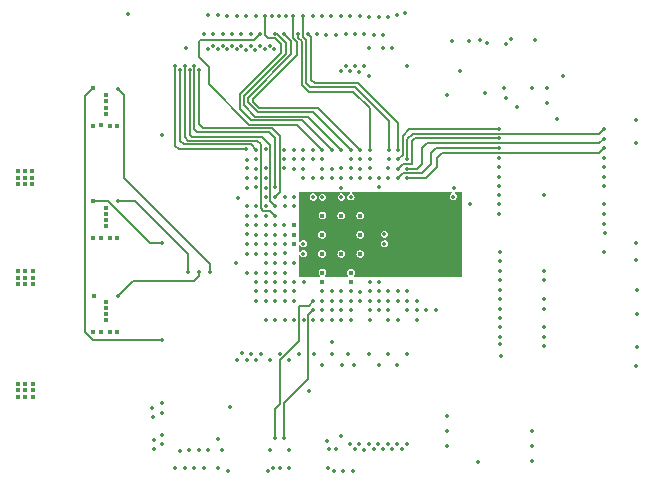
<source format=gbr>
%TF.GenerationSoftware,KiCad,Pcbnew,8.0.1*%
%TF.CreationDate,2024-12-16T00:39:24-05:00*%
%TF.ProjectId,cm,636d2e6b-6963-4616-945f-706362585858,rev?*%
%TF.SameCoordinates,Original*%
%TF.FileFunction,Copper,L4,Inr*%
%TF.FilePolarity,Positive*%
%FSLAX46Y46*%
G04 Gerber Fmt 4.6, Leading zero omitted, Abs format (unit mm)*
G04 Created by KiCad (PCBNEW 8.0.1) date 2024-12-16 00:39:24*
%MOMM*%
%LPD*%
G01*
G04 APERTURE LIST*
%TA.AperFunction,ViaPad*%
%ADD10C,0.350000*%
%TD*%
%TA.AperFunction,ViaPad*%
%ADD11C,0.403200*%
%TD*%
%TA.AperFunction,Conductor*%
%ADD12C,0.152400*%
%TD*%
%TA.AperFunction,Conductor*%
%ADD13C,0.203200*%
%TD*%
%TA.AperFunction,Conductor*%
%ADD14C,0.127000*%
%TD*%
G04 APERTURE END LIST*
D10*
%TO.N,GND*%
X128600000Y-75460600D03*
D11*
X100165258Y-78994000D03*
X99187000Y-84912200D03*
D10*
X111861600Y-60147200D03*
D11*
X99187000Y-85928200D03*
X99212400Y-76403200D03*
X99181942Y-67919600D03*
D10*
X111480600Y-61696600D03*
D11*
X99161600Y-77978000D03*
X98125258Y-78994000D03*
D10*
X144195800Y-85394800D03*
X132588000Y-87960200D03*
X115900000Y-73100000D03*
X129958900Y-62280800D03*
D11*
X98795258Y-86929845D03*
D10*
X131495800Y-62458600D03*
X110261400Y-60147200D03*
D11*
X98795258Y-78984000D03*
X99207342Y-66827400D03*
X100160200Y-69443600D03*
D10*
X115900000Y-80300000D03*
X112728000Y-71450000D03*
X123875800Y-60121800D03*
D11*
X99545258Y-86939845D03*
X100165258Y-86939845D03*
D10*
X116700000Y-72300000D03*
X132562600Y-83337400D03*
X115100000Y-75500000D03*
D11*
X98120200Y-69443600D03*
X99540200Y-69443600D03*
D10*
X122300000Y-84300000D03*
X117500400Y-85877400D03*
D11*
X99187000Y-85420200D03*
D10*
X123150000Y-72288400D03*
X124700000Y-84300000D03*
D11*
X98790200Y-69433600D03*
X98125258Y-86939845D03*
X99187000Y-76936600D03*
D10*
X111074200Y-60147200D03*
X115900000Y-73900000D03*
D11*
X99181942Y-67386200D03*
D10*
X115150000Y-81100000D03*
D11*
X99187000Y-84404200D03*
D10*
X115900000Y-79450000D03*
D11*
X99545258Y-78994000D03*
D10*
X115900000Y-72300000D03*
X119913400Y-85902800D03*
D11*
X99161600Y-68453000D03*
X99187000Y-77470000D03*
D10*
X109880400Y-61696600D03*
X144100000Y-80850000D03*
X128618261Y-74704200D03*
X110667800Y-61696600D03*
X113512600Y-83464400D03*
X144068800Y-70916800D03*
%TO.N,+5V*%
X101027200Y-59994800D03*
%TO.N,/Power/3V3_PG*%
X103962200Y-70231000D03*
D11*
X98196400Y-83845400D03*
D10*
%TO.N,/Power/2V5_PG*%
X103971600Y-79425800D03*
D11*
X98120200Y-75869800D03*
%TO.N,/Power/1V1_PG*%
X98094800Y-66294000D03*
D10*
X103971600Y-87579200D03*
D11*
%TO.N,+3V3*%
X119938800Y-81915000D03*
X91770200Y-92430600D03*
D10*
X130657600Y-97891600D03*
X119126000Y-75488800D03*
D11*
X91770200Y-91313000D03*
X92379800Y-91313000D03*
D10*
X133959600Y-67868800D03*
X144094200Y-89763600D03*
X107873800Y-60121800D03*
X132562600Y-80949800D03*
D11*
X92379800Y-91871800D03*
D10*
X119930000Y-75480000D03*
X133100000Y-62550000D03*
X144068800Y-79349600D03*
D11*
X117525800Y-81889600D03*
D10*
X117525800Y-75488800D03*
D11*
X117525800Y-82677000D03*
X91770200Y-91871800D03*
D10*
X122761000Y-78638400D03*
D11*
X115138200Y-78689200D03*
X115138200Y-79502000D03*
D10*
X116738400Y-75488800D03*
X144119600Y-88163400D03*
X135559800Y-62227200D03*
X109070000Y-61694200D03*
X107470000Y-61673800D03*
D11*
X92989400Y-91871800D03*
D10*
X109702600Y-93268800D03*
X108661200Y-60121800D03*
X128485700Y-62280800D03*
X144068800Y-68935600D03*
X132588000Y-85750400D03*
D11*
X92989400Y-91313000D03*
X119938800Y-82677000D03*
D10*
X129159000Y-64795400D03*
X109474000Y-60147200D03*
D11*
X92989400Y-92430600D03*
X92379800Y-92430600D03*
D10*
X108270000Y-61686400D03*
X144170400Y-83337400D03*
D11*
X115138200Y-77901800D03*
D10*
X122761000Y-79451200D03*
%TO.N,/Power/3V3_EN*%
X107086400Y-81864200D03*
X100228400Y-83845400D03*
%TO.N,/Power/2V5_EN*%
X106121200Y-81864200D03*
X100228400Y-75869800D03*
%TO.N,/Power/1V1_EN*%
X100228400Y-66344800D03*
X108026200Y-81864200D03*
%TO.N,ECP5_PRGMN_BTN*%
X126314200Y-85090000D03*
X130898700Y-62179200D03*
%TO.N,ECP5_INITN*%
X132918200Y-66268600D03*
X133070600Y-67147633D03*
X125526800Y-85090000D03*
%TO.N,Net-(D5-A)*%
X135280400Y-66227700D03*
%TO.N,Net-(D6-A)*%
X128051800Y-66852800D03*
%TO.N,IO_D1*%
X113919000Y-88773000D03*
%TO.N,IO_D2*%
X113512600Y-85877400D03*
%TO.N,IO_E6*%
X108650000Y-98450000D03*
X114350800Y-81920800D03*
%TO.N,IO_G1*%
X116840000Y-88773000D03*
%TO.N,IO_A3*%
X111099600Y-89281000D03*
%TO.N,IO_E2*%
X114325400Y-85902800D03*
%TO.N,IO_E8*%
X114325400Y-80264000D03*
X105467428Y-96967428D03*
%TO.N,IO_B3*%
X111912400Y-84302600D03*
X114650000Y-96950000D03*
%TO.N,IO_G5*%
X113050000Y-96950000D03*
X115925600Y-82702400D03*
%TO.N,IO_J1*%
X118338600Y-88773000D03*
%TO.N,IO_D6*%
X113538000Y-81889600D03*
X109550000Y-98724128D03*
%TO.N,IO_B4*%
X111912400Y-83489800D03*
X107050000Y-96950000D03*
%TO.N,IO_D5*%
X113512600Y-82677000D03*
X112895503Y-98702811D03*
%TO.N,IO_B1*%
X112318800Y-88773000D03*
%TO.N,IO_U1*%
X123870000Y-89700000D03*
%TO.N,IO_K1*%
X118350000Y-87750000D03*
%TO.N,IO_E1*%
X114706400Y-89306400D03*
%TO.N,IO_A4*%
X110718600Y-88722200D03*
%TO.N,IO_F2*%
X115112800Y-85902800D03*
%TO.N,IO_R1*%
X122270000Y-89700000D03*
%TO.N,IO_A2*%
X111506000Y-88773000D03*
%TO.N,/Hirose Connectors/IO_P1*%
X121500000Y-88800000D03*
%TO.N,IO_D8*%
X113538000Y-80289400D03*
X105050000Y-98450000D03*
%TO.N,IO_D7*%
X105850000Y-98450000D03*
X113538000Y-81076800D03*
%TO.N,IO_L1*%
X119150000Y-89700000D03*
%TO.N,IO_A5*%
X110312200Y-89281000D03*
%TO.N,IO_C5*%
X112725200Y-82677000D03*
X106250000Y-96950000D03*
%TO.N,IO_V1*%
X124650000Y-88800000D03*
%TO.N,IO_B5*%
X111937800Y-82677000D03*
X113300000Y-98450000D03*
%TO.N,IO_B2*%
X111887000Y-89306400D03*
%TO.N,IO_E5*%
X114325400Y-82677000D03*
X109050000Y-96950000D03*
%TO.N,IO_N1*%
X120221800Y-89700000D03*
%TO.N,IO_F1*%
X115519200Y-88773000D03*
%TO.N,IO_M1*%
X119650000Y-88800000D03*
%TO.N,IO_C4*%
X112725200Y-83489800D03*
X107500000Y-98450000D03*
%TO.N,IO_F4*%
X115112800Y-83489800D03*
X113950000Y-98450000D03*
X108661200Y-95950000D03*
%TO.N,IO_F5*%
X115138200Y-82677000D03*
X106650000Y-98450000D03*
%TO.N,IO_T1*%
X123100000Y-88800000D03*
%TO.N,IO_C3*%
X114650000Y-98450000D03*
X112725200Y-84277200D03*
%TO.N,IO_H1*%
X117525800Y-89700000D03*
%TO.N,IO_C1*%
X113106200Y-89306400D03*
%TO.N,IO_J20*%
X110258484Y-63003434D03*
%TO.N,ECP5_DONE*%
X127152400Y-85090000D03*
X131313552Y-66721352D03*
%TO.N,JTAG_TCK*%
X124485400Y-59944000D03*
X123926600Y-83489800D03*
%TO.N,JTAG_TDI*%
X137355450Y-68874900D03*
X123113800Y-83489800D03*
X137922000Y-65278000D03*
%TO.N,JTAG_TDO*%
X136550400Y-66227700D03*
X133477000Y-62150000D03*
X125526800Y-84302600D03*
X136550400Y-67513200D03*
%TO.N,JTAG_TMS*%
X124663200Y-64389000D03*
X124714000Y-83489800D03*
%TO.N,Net-(U9I-CFG_1)*%
X123926600Y-84302600D03*
%TO.N,/Flash + JTAG/FLASH_IO0*%
X128066800Y-94056200D03*
%TO.N,/Flash + JTAG/FLASH_IO1*%
X135305800Y-96596200D03*
X125526800Y-85877400D03*
%TO.N,/Flash + JTAG/FLASH_IO2*%
X135305800Y-95326200D03*
%TO.N,/Flash + JTAG/FLASH_IO3*%
X128066800Y-96596200D03*
%TO.N,/Flash + JTAG/FLASH_SCK*%
X124714000Y-85064600D03*
X128066800Y-95326200D03*
%TO.N,/Flash + JTAG/FLASH_CSN*%
X123113800Y-85877400D03*
X135280400Y-97866200D03*
%TO.N,/Flash + JTAG/WRITEN*%
X123113800Y-84277200D03*
%TO.N,/Flash + JTAG/CS1N*%
X123926600Y-85902800D03*
%TO.N,/Flash + JTAG/SN_CSN*%
X123113800Y-85090000D03*
%TO.N,SDRAM_A7*%
X116713000Y-73897000D03*
X132511800Y-72158600D03*
%TO.N,SDRAM_D11*%
X132588000Y-84150200D03*
X119126000Y-84277200D03*
%TO.N,SDRAM_CASN*%
X141376400Y-76911200D03*
X119126000Y-73888600D03*
%TO.N,SDRAM_D4*%
X136300000Y-84150200D03*
X119913400Y-72288400D03*
%TO.N,SDRAM_CSN*%
X121513600Y-73888600D03*
X136300000Y-75350000D03*
%TO.N,SDRAM_A11*%
X122326400Y-73888600D03*
X132511800Y-74574400D03*
%TO.N,SDRAM_D6*%
X120726200Y-73896200D03*
X136300000Y-81762600D03*
%TO.N,SDRAM_A2*%
X124714000Y-73101200D03*
X141325600Y-70561200D03*
%TO.N,SDRAM_A5*%
X123926600Y-73101200D03*
X132486400Y-70535800D03*
%TO.N,/Hirose Connectors/IO_E7*%
X113250000Y-60150000D03*
X114325400Y-81076800D03*
%TO.N,CLK_25MHZ*%
X116357400Y-91922600D03*
X115925600Y-85877400D03*
%TO.N,SDRAM_D14*%
X132588000Y-87350600D03*
X119913400Y-83464400D03*
%TO.N,SDRAM_DQM1*%
X117525800Y-84277200D03*
X130022600Y-76123800D03*
%TO.N,SDRAM_A6*%
X123926600Y-73888600D03*
X132486400Y-71348600D03*
%TO.N,SDRAM_D12*%
X132588000Y-84937600D03*
X119126000Y-83489800D03*
%TO.N,SDRAM_A1*%
X124714000Y-73888600D03*
X141325600Y-71374000D03*
%TO.N,SDRAM_A9*%
X132511800Y-73761600D03*
X118331200Y-73101200D03*
%TO.N,SDRAM_A4*%
X132461000Y-69773800D03*
X123926600Y-72288400D03*
%TO.N,SDRAM_D13*%
X132588000Y-86537800D03*
X119913400Y-84277200D03*
%TO.N,SDRAM_WEN*%
X141401800Y-77774800D03*
X119126000Y-73075800D03*
%TO.N,SDRAM_A0*%
X141325600Y-72161400D03*
X116713000Y-71500000D03*
%TO.N,SDRAM_D10*%
X132588000Y-82550000D03*
X118313200Y-83489800D03*
%TO.N,SDRAM_D1*%
X136300000Y-87325200D03*
X121513600Y-73075800D03*
%TO.N,SDRAM_D9*%
X118313200Y-84277200D03*
X132588000Y-81737200D03*
%TO.N,SDRAM_RASN*%
X141376400Y-76123800D03*
X119126000Y-74701400D03*
%TO.N,SDRAM_D8*%
X117525800Y-83464400D03*
X132562600Y-80162400D03*
%TO.N,SDRAM_D3*%
X120726200Y-72288400D03*
X136300000Y-84937600D03*
%TO.N,SDRAM_BA0*%
X141351000Y-74549000D03*
X118338600Y-73888600D03*
%TO.N,SDRAM_A10*%
X117525800Y-72313800D03*
X141325600Y-72948800D03*
%TO.N,SDRAM_D7*%
X141376400Y-80137000D03*
X119913400Y-73075800D03*
%TO.N,SDRAM_D15*%
X132613400Y-88950800D03*
X120726200Y-83515200D03*
%TO.N,SDRAM_CKE*%
X123113800Y-73075800D03*
X132511800Y-76123800D03*
%TO.N,SDRAM_D5*%
X120726200Y-73101200D03*
X136300000Y-82550000D03*
%TO.N,SDRAM_A8*%
X117525800Y-73101200D03*
X132511800Y-72974200D03*
%TO.N,SDRAM_DQM0*%
X119913400Y-73888600D03*
X141427200Y-78511400D03*
%TO.N,SDRAM_A12*%
X132511800Y-75361800D03*
X122326400Y-74676000D03*
%TO.N,SDRAM_BA1*%
X141351000Y-73761600D03*
X117525800Y-73888600D03*
%TO.N,SDRAM_CLK*%
X123113800Y-73888600D03*
X132511800Y-76962000D03*
%TO.N,SDRAM_A3*%
X124714000Y-72288400D03*
X141351000Y-69773800D03*
%TO.N,SDRAM_D2*%
X136300000Y-86537800D03*
X121513600Y-72288400D03*
%TO.N,SDRAM_D0*%
X120726200Y-84302600D03*
X136300000Y-88112600D03*
D11*
%TO.N,+1V1*%
X92354400Y-74422000D03*
X92964000Y-73863200D03*
X92354400Y-73863200D03*
X120726200Y-80314800D03*
X91744800Y-73863200D03*
X92964000Y-73304400D03*
X91744800Y-73304400D03*
X117500400Y-78689200D03*
X119126000Y-80314800D03*
X91744800Y-74422000D03*
X120726200Y-77063600D03*
X117525800Y-77063600D03*
X117500400Y-80289400D03*
X120726200Y-78689200D03*
X119126000Y-77063600D03*
X92964000Y-74422000D03*
X92354400Y-73304400D03*
%TO.N,+2V5*%
X115900200Y-75488800D03*
X92989400Y-81762600D03*
X92379800Y-82321400D03*
D10*
X128752600Y-80695800D03*
D11*
X91770200Y-82321400D03*
X91770200Y-81762600D03*
X92379800Y-82880200D03*
X92379800Y-81762600D03*
X92989400Y-82321400D03*
X115925600Y-81889600D03*
D10*
X128752600Y-81483200D03*
D11*
X91770200Y-82880200D03*
X122402600Y-75488800D03*
D10*
X128752600Y-79883000D03*
D11*
X92989400Y-82880200D03*
X122402600Y-81889600D03*
D10*
%TO.N,IO_C20*%
X107870000Y-63000000D03*
%TO.N,IO_G20*%
X109448600Y-62992000D03*
%TO.N,IO_L20*%
X111048800Y-63017400D03*
%TO.N,IO_E20*%
X108670710Y-63002593D03*
%TO.N,IO_H20*%
X109880400Y-62712600D03*
%TO.N,IO_K20*%
X110667800Y-62712600D03*
%TO.N,IO_M20*%
X111455200Y-62712600D03*
%TO.N,IO_D20*%
X108274372Y-62712600D03*
%TO.N,IO_F20*%
X109063943Y-62709918D03*
%TO.N,IO_B20*%
X105971800Y-62850000D03*
%TO.N,IO_P20*%
X112252110Y-62676607D03*
%TO.N,IO_T20*%
X113055400Y-62687200D03*
%TO.N,IO_R20*%
X112649000Y-62941200D03*
%TO.N,IO_U20*%
X113461800Y-62966600D03*
%TO.N,IO_N20*%
X111840602Y-63012998D03*
%TO.N,IO_N19*%
X120726200Y-71501000D03*
X115070000Y-60147200D03*
%TO.N,IO_A19*%
X111074200Y-71450200D03*
X105079800Y-64439800D03*
%TO.N,IO_L19*%
X119126000Y-71526400D03*
X113487200Y-61661300D03*
%TO.N,IO_T19*%
X115874800Y-60147200D03*
X123139200Y-71501000D03*
%TO.N,IO_M19*%
X119938800Y-71501000D03*
X114274600Y-61671200D03*
%TO.N,IO_B19*%
X105486200Y-64719200D03*
X111912400Y-71475600D03*
%TO.N,IO_K19*%
X112674400Y-60147200D03*
X118313200Y-71501000D03*
%TO.N,IO_J19*%
X112268000Y-61696600D03*
X117525800Y-71501000D03*
%TO.N,IO_P19*%
X121513600Y-71501000D03*
X115466630Y-61678363D03*
%TO.N,IO_U19*%
X123926600Y-71501000D03*
X116281200Y-61671200D03*
%TO.N,IO_A18*%
X111099600Y-72339200D03*
%TO.N,IO_A13*%
X111119572Y-76289572D03*
%TO.N,IO_A16*%
X111099600Y-73914000D03*
%TO.N,IO_A17*%
X111099600Y-73075800D03*
%TO.N,IO_A15*%
X111099600Y-74701400D03*
%TO.N,IO_A14*%
X110337600Y-75539600D03*
%TO.N,IO_A11*%
X111099600Y-77876400D03*
%TO.N,IO_A12*%
X111099600Y-77089000D03*
%TO.N,IO_B18*%
X120675400Y-60198000D03*
X111912400Y-72288400D03*
%TO.N,IO_B16*%
X119862600Y-60172600D03*
X111912400Y-73888600D03*
%TO.N,IO_B15*%
X119481600Y-61722000D03*
X111912400Y-74676000D03*
%TO.N,IO_B11*%
X111912400Y-77901800D03*
X118262400Y-60147200D03*
%TO.N,IO_B17*%
X111912400Y-73101200D03*
X120269000Y-61722000D03*
%TO.N,IO_B13*%
X119075200Y-60147200D03*
X111912400Y-76276200D03*
%TO.N,IO_B12*%
X118668800Y-61747400D03*
X111912400Y-77089000D03*
%TO.N,IO_A6*%
X111099600Y-81889600D03*
%TO.N,IO_A9*%
X111099600Y-79476600D03*
%TO.N,IO_A10*%
X111099600Y-78663800D03*
%TO.N,IO_A8*%
X111099600Y-80289400D03*
%TO.N,IO_A7*%
X110210600Y-81051400D03*
%TO.N,IO_B6*%
X116687600Y-60147200D03*
X111912400Y-81889600D03*
%TO.N,IO_B9*%
X117475000Y-60147200D03*
X111912400Y-79502000D03*
%TO.N,IO_B8*%
X111912400Y-80289400D03*
X117053100Y-61722000D03*
%TO.N,IO_B10*%
X117856000Y-61747400D03*
X111912400Y-78714600D03*
%TO.N,IO_C10*%
X112725200Y-78689200D03*
X124700000Y-96400000D03*
%TO.N,IO_C14*%
X122275600Y-60248800D03*
X112725200Y-75463400D03*
%TO.N,IO_C12*%
X123063000Y-60248800D03*
X112725200Y-77089000D03*
%TO.N,IO_C13*%
X122656600Y-61747400D03*
X112725200Y-76276200D03*
%TO.N,IO_C17*%
X112725200Y-73075800D03*
X121070000Y-61733800D03*
%TO.N,IO_C15*%
X121869200Y-61747400D03*
X112725200Y-74701400D03*
%TO.N,IO_C16*%
X112725200Y-73888600D03*
X121488200Y-60223400D03*
%TO.N,IO_D15*%
X106680000Y-64439800D03*
X113512600Y-74676000D03*
%TO.N,IO_D14*%
X107061000Y-64770000D03*
X113512600Y-75463400D03*
%TO.N,IO_D13*%
X106273600Y-64744600D03*
X113512600Y-76276200D03*
%TO.N,IO_D12*%
X113512600Y-77089000D03*
X105870857Y-64437118D03*
%TO.N,IO_D18*%
X119481600Y-64414400D03*
X114300000Y-72300000D03*
%TO.N,IO_D19*%
X114300000Y-71500000D03*
X119862600Y-64846200D03*
%TO.N,IO_F19*%
X121462800Y-65227200D03*
X115900200Y-71475600D03*
%TO.N,IO_F17*%
X121056400Y-64414400D03*
X115138200Y-73101200D03*
%TO.N,IO_E17*%
X119062500Y-64820800D03*
X114300000Y-73075800D03*
%TO.N,IO_E18*%
X120269000Y-64414400D03*
X115112800Y-72313800D03*
%TO.N,IO_E19*%
X115112800Y-71501000D03*
X120650000Y-64871600D03*
%TO.N,IO_D9*%
X103936800Y-96412800D03*
X113538000Y-79476600D03*
%TO.N,IO_E15*%
X114325400Y-75488800D03*
X103149400Y-94157800D03*
%TO.N,IO_E9*%
X103911400Y-92938600D03*
X114325400Y-79476600D03*
%TO.N,IO_D10*%
X103936800Y-95656400D03*
X113512600Y-78689200D03*
%TO.N,IO_E11*%
X103225600Y-96034600D03*
X114300000Y-77876400D03*
%TO.N,IO_E4*%
X114325400Y-83489800D03*
X107850000Y-96950000D03*
%TO.N,IO_E10*%
X103225600Y-96850200D03*
X114325400Y-78689200D03*
%TO.N,IO_E13*%
X103936800Y-93751400D03*
X115087400Y-76276200D03*
%TO.N,IO_E14*%
X103124000Y-93319600D03*
X114325400Y-76276200D03*
%TO.N,/Hirose Connectors/IO_N3*%
X122650000Y-96850000D03*
X121539000Y-85090000D03*
%TO.N,/Hirose Connectors/IO_N2*%
X123450000Y-96850000D03*
X121539000Y-85902800D03*
%TO.N,/Hirose Connectors/IO_P2*%
X122326400Y-85090000D03*
X123400000Y-62900000D03*
%TO.N,/Hirose Connectors/IO_N5*%
X121539000Y-82702400D03*
X113850000Y-60150000D03*
%TO.N,/Hirose Connectors/IO_P5*%
X114439700Y-60134500D03*
X122326400Y-82702400D03*
%TO.N,/Hirose Connectors/IO_P4*%
X122326400Y-83489800D03*
X122656600Y-62890400D03*
%TO.N,/Hirose Connectors/IO_N4*%
X121539000Y-83489800D03*
X121503700Y-62900000D03*
%TO.N,/Hirose Connectors/IO_P3*%
X121528200Y-84300000D03*
X124300000Y-96850000D03*
%TO.N,/Hirose Connectors/IO_K3*%
X119300000Y-98724128D03*
X118338600Y-85064600D03*
%TO.N,/Hirose Connectors/IO_C2*%
X118500000Y-98724128D03*
X112725200Y-85902800D03*
%TO.N,/Hirose Connectors/IO_F3*%
X115112800Y-84277200D03*
X120100000Y-98724128D03*
%TO.N,/Hirose Connectors/IO_J3*%
X117500400Y-85090000D03*
X118650000Y-96850000D03*
%TO.N,/Hirose Connectors/IO_C8*%
X122250000Y-96400000D03*
X112725200Y-80289400D03*
%TO.N,/Hirose Connectors/IO_L2*%
X120250000Y-96850000D03*
X119126000Y-85902800D03*
%TO.N,/Hirose Connectors/IO_K2*%
X119067428Y-95732572D03*
X118338600Y-85902800D03*
%TO.N,/Hirose Connectors/IO_M3*%
X121850000Y-96850000D03*
X119913400Y-85064600D03*
%TO.N,/Hirose Connectors/IO_D11*%
X113512600Y-77876400D03*
X123850000Y-96400000D03*
%TO.N,/Hirose Connectors/IO_C11*%
X112725200Y-77876400D03*
X119850000Y-96400000D03*
%TO.N,/Hirose Connectors/IO_E3*%
X117878200Y-96150000D03*
X114325400Y-84277200D03*
%TO.N,/Hirose Connectors/IO_C6*%
X112725200Y-81889600D03*
X120650000Y-96400000D03*
%TO.N,/Hirose Connectors/IO_L3*%
X121050000Y-96900000D03*
X119126000Y-85090000D03*
%TO.N,/Hirose Connectors/IO_D3*%
X113512600Y-84302600D03*
X118000000Y-98400000D03*
%TO.N,/Hirose Connectors/IO_H2*%
X116713000Y-85902800D03*
X118100000Y-96850000D03*
%TO.N,/Hirose Connectors/IO_C9*%
X123050000Y-96400000D03*
X112725200Y-79476600D03*
%TO.N,/Hirose Connectors/IO_C7*%
X112725200Y-81076800D03*
X121450000Y-96400000D03*
%TO.N,/Hirose Connectors/IO_H3*%
X116750000Y-85100000D03*
X114300000Y-95900000D03*
%TO.N,/Hirose Connectors/IO_G3*%
X116750000Y-84300000D03*
X113500000Y-95900000D03*
%TD*%
D12*
%TO.N,/Power/2V5_PG*%
X99364800Y-75869800D02*
X102920800Y-79425800D01*
X102920800Y-79425800D02*
X103971600Y-79425800D01*
X98120200Y-75869800D02*
X99364800Y-75869800D01*
D13*
%TO.N,/Power/1V1_PG*%
X103971600Y-87579200D02*
X98094800Y-87579200D01*
D12*
X97459800Y-66929000D02*
X98094800Y-66294000D01*
D13*
X98094800Y-87579200D02*
X97459800Y-86944200D01*
D12*
X97459800Y-86944200D02*
X97459800Y-66929000D01*
D13*
%TO.N,/Power/3V3_EN*%
X107086400Y-82169000D02*
X107086400Y-81864200D01*
X101498400Y-82575400D02*
X106680000Y-82575400D01*
X106680000Y-82575400D02*
X107086400Y-82169000D01*
X100228400Y-83845400D02*
X101498400Y-82575400D01*
D12*
%TO.N,/Power/2V5_EN*%
X106121200Y-81864200D02*
X106121200Y-80314800D01*
X106121200Y-80314800D02*
X101676200Y-75869800D01*
X101676200Y-75869800D02*
X100228400Y-75869800D01*
%TO.N,/Power/1V1_EN*%
X100228400Y-66344800D02*
X100761800Y-66878200D01*
X100761800Y-73888600D02*
X108026200Y-81153000D01*
X100761800Y-66878200D02*
X100761800Y-73888600D01*
X108026200Y-81153000D02*
X108026200Y-81864200D01*
%TO.N,SDRAM_A2*%
X125933200Y-71374000D02*
X126393200Y-70914000D01*
X126393200Y-70914000D02*
X140972800Y-70914000D01*
X125933200Y-72694800D02*
X125933200Y-71374000D01*
X141351000Y-70561200D02*
X141351000Y-70561200D01*
X125526800Y-73101200D02*
X125933200Y-72694800D01*
X124714000Y-73101200D02*
X125526800Y-73101200D01*
X141325600Y-70561200D02*
X141351000Y-70561200D01*
X140972800Y-70914000D02*
X141325600Y-70561200D01*
%TO.N,SDRAM_A5*%
X123926600Y-73101200D02*
X124333000Y-72694800D01*
X124333000Y-72694800D02*
X125095000Y-72694800D01*
X125120400Y-72669400D02*
X125120400Y-70764400D01*
X125095000Y-72694800D02*
X125120400Y-72669400D01*
X125349000Y-70535800D02*
X132486400Y-70535800D01*
X125120400Y-70764400D02*
X125349000Y-70535800D01*
%TO.N,SDRAM_A6*%
X127177800Y-71348600D02*
X132486400Y-71348600D01*
X126720600Y-71805800D02*
X127177800Y-71348600D01*
X123926600Y-73888600D02*
X124333000Y-73482200D01*
X126720600Y-72694800D02*
X126720600Y-71805800D01*
X125933200Y-73482200D02*
X126720600Y-72694800D01*
X124333000Y-73482200D02*
X125933200Y-73482200D01*
%TO.N,SDRAM_A1*%
X127685800Y-71780400D02*
X140919200Y-71780400D01*
X124714000Y-73888600D02*
X126314200Y-73888600D01*
X126314200Y-73888600D02*
X127254000Y-72948800D01*
X127254000Y-72212200D02*
X127685800Y-71780400D01*
X127254000Y-72948800D02*
X127254000Y-72212200D01*
X140919200Y-71780400D02*
X141325600Y-71374000D01*
%TO.N,SDRAM_A4*%
X124307600Y-70358000D02*
X124891800Y-69773800D01*
X124891800Y-69773800D02*
X132461000Y-69773800D01*
X124307600Y-71907400D02*
X124307600Y-70358000D01*
X123926600Y-72288400D02*
X124307600Y-71907400D01*
%TO.N,SDRAM_A3*%
X125148600Y-70152000D02*
X140972800Y-70152000D01*
X124714000Y-72288400D02*
X124714000Y-70586600D01*
X124714000Y-70586600D02*
X125148600Y-70152000D01*
X140972800Y-70152000D02*
X141351000Y-69773800D01*
%TO.N,IO_N19*%
X112115600Y-67945000D02*
X111658400Y-67487800D01*
X120726200Y-71501000D02*
X117170200Y-67945000D01*
X117170200Y-67945000D02*
X112115600Y-67945000D01*
X111658400Y-67487800D02*
X111658400Y-67208400D01*
X115400000Y-62402873D02*
X115070000Y-62072873D01*
X115400000Y-63466800D02*
X115400000Y-62402873D01*
X115070000Y-62072873D02*
X115070000Y-60147200D01*
X111658400Y-67208400D02*
X115400000Y-63466800D01*
%TO.N,IO_A19*%
X105079800Y-71145400D02*
X105079800Y-64439800D01*
X105384600Y-71450200D02*
X105079800Y-71145400D01*
X111074200Y-71450200D02*
X105384600Y-71450200D01*
%TO.N,IO_L19*%
X113661300Y-61661300D02*
X114450000Y-62450000D01*
X114450000Y-62450000D02*
X114450000Y-63400000D01*
X116281200Y-68681600D02*
X119126000Y-71526400D01*
X114450000Y-63400000D02*
X110871000Y-66979000D01*
X111836200Y-68681600D02*
X116281200Y-68681600D01*
X110871000Y-66979000D02*
X110871000Y-67716400D01*
X110871000Y-67716400D02*
X111836200Y-68681600D01*
X113508115Y-61661300D02*
X113661300Y-61661300D01*
D14*
X113487200Y-61661300D02*
X113508115Y-61661300D01*
D12*
%TO.N,IO_T19*%
X120281100Y-66167000D02*
X116433600Y-66167000D01*
X116150000Y-65883400D02*
X116150000Y-62200400D01*
X115874800Y-61925200D02*
X115874800Y-60147200D01*
X116433600Y-66167000D02*
X116150000Y-65883400D01*
X116150000Y-62200400D02*
X115874800Y-61925200D01*
X123139200Y-69025100D02*
X120281100Y-66167000D01*
X123139200Y-71501000D02*
X123139200Y-69025100D01*
%TO.N,IO_M19*%
X112039400Y-68326000D02*
X116763800Y-68326000D01*
X114900000Y-62300000D02*
X114900000Y-63400000D01*
X114900000Y-63400000D02*
X111183582Y-67116418D01*
X111183582Y-67116418D02*
X111183582Y-67470182D01*
X114274600Y-61671200D02*
X114274600Y-61674600D01*
X111183582Y-67470182D02*
X112039400Y-68326000D01*
X116763800Y-68326000D02*
X119938800Y-71501000D01*
X114274600Y-61674600D02*
X114900000Y-62300000D01*
%TO.N,IO_B19*%
X111912400Y-71475600D02*
X111480600Y-71043800D01*
X105791000Y-71043800D02*
X105486200Y-70739000D01*
X111480600Y-71043800D02*
X105791000Y-71043800D01*
X105486200Y-70739000D02*
X105486200Y-64719200D01*
%TO.N,IO_K19*%
X112674400Y-60147200D02*
X112674400Y-61772800D01*
X114050000Y-63300000D02*
X110553500Y-66796500D01*
X114050000Y-62564200D02*
X114050000Y-63300000D01*
X115798600Y-68986400D02*
X118313200Y-71501000D01*
X110553500Y-66796500D02*
X110553500Y-68033900D01*
X110553500Y-68033900D02*
X111506000Y-68986400D01*
X113538000Y-62052200D02*
X114050000Y-62564200D01*
X112953800Y-62052200D02*
X113538000Y-62052200D01*
X112674400Y-61772800D02*
X112953800Y-62052200D01*
X111506000Y-68986400D02*
X115798600Y-68986400D01*
%TO.N,IO_J19*%
X111302800Y-69367400D02*
X115392200Y-69367400D01*
X107035600Y-62357000D02*
X107035600Y-63614091D01*
X107035600Y-63614091D02*
X107899200Y-64477691D01*
X112268000Y-61696600D02*
X111760000Y-62204600D01*
X107899200Y-65963800D02*
X111302800Y-69367400D01*
X115392200Y-69367400D02*
X117525800Y-71501000D01*
X111760000Y-62204600D02*
X107188000Y-62204600D01*
X107188000Y-62204600D02*
X107035600Y-62357000D01*
X107899200Y-64477691D02*
X107899200Y-65963800D01*
%TO.N,IO_P19*%
X116358600Y-66600000D02*
X120117800Y-66600000D01*
X115750000Y-65991400D02*
X116358600Y-66600000D01*
X115750000Y-62283000D02*
X115750000Y-65991400D01*
X115466630Y-61999630D02*
X115750000Y-62283000D01*
X120117800Y-66600000D02*
X121513600Y-67995800D01*
X115466630Y-61678363D02*
X115466630Y-61999630D01*
X121513600Y-67995800D02*
X121513600Y-71501000D01*
%TO.N,IO_U19*%
X116550000Y-65546800D02*
X116865400Y-65862200D01*
X116865400Y-65862200D02*
X120562200Y-65862200D01*
X116550000Y-61940000D02*
X116550000Y-65546800D01*
X123926600Y-69226600D02*
X123926600Y-71501000D01*
X120562200Y-65862200D02*
X123926600Y-69226600D01*
X116281200Y-61671200D02*
X116550000Y-61940000D01*
%TO.N,IO_D15*%
X106680000Y-69697600D02*
X106934000Y-69951600D01*
X106934000Y-69951600D02*
X112982810Y-69951600D01*
X113512600Y-74676000D02*
X113512600Y-70481390D01*
X106680000Y-64439800D02*
X106680000Y-69697600D01*
X113512600Y-70481390D02*
X112982810Y-69951600D01*
%TO.N,IO_D14*%
X107061000Y-69291200D02*
X107416600Y-69646800D01*
X113919000Y-75057000D02*
X113512600Y-75463400D01*
X107061000Y-64770000D02*
X107061000Y-69291200D01*
X113258600Y-69646800D02*
X113919000Y-70307200D01*
X113919000Y-70307200D02*
X113919000Y-75057000D01*
X107416600Y-69646800D02*
X113258600Y-69646800D01*
%TO.N,IO_D13*%
X112420400Y-70383400D02*
X113106200Y-71069200D01*
X106273600Y-64744600D02*
X106273600Y-70205600D01*
X106451400Y-70383400D02*
X112420400Y-70383400D01*
X113106200Y-75869800D02*
X113512600Y-76276200D01*
X106273600Y-70205600D02*
X106451400Y-70383400D01*
X113106200Y-71069200D02*
X113106200Y-75869800D01*
D14*
%TO.N,IO_D12*%
X105870857Y-64437118D02*
X105867200Y-64440775D01*
D12*
X113080800Y-76657200D02*
X113512600Y-77089000D01*
X112290600Y-71041000D02*
X112290600Y-76432856D01*
X105867200Y-70434200D02*
X106146600Y-70713600D01*
D14*
X105867200Y-64440775D02*
X105867200Y-70434200D01*
D12*
X112514944Y-76657200D02*
X113080800Y-76657200D01*
X111963200Y-70713600D02*
X112290600Y-71041000D01*
X106146600Y-70713600D02*
X111963200Y-70713600D01*
X112290600Y-76432856D02*
X112514944Y-76657200D01*
%TO.N,/Hirose Connectors/IO_H3*%
X114300000Y-92900000D02*
X114300000Y-95900000D01*
X116334800Y-90865200D02*
X114300000Y-92900000D01*
X116750000Y-85100000D02*
X116334800Y-85515200D01*
X116334800Y-85515200D02*
X116334800Y-90865200D01*
%TO.N,/Hirose Connectors/IO_G3*%
X113500000Y-93450000D02*
X113500000Y-95900000D01*
X113900000Y-89326856D02*
X113900000Y-93050000D01*
X116350000Y-84700000D02*
X115500000Y-84700000D01*
X116750000Y-84300000D02*
X116350000Y-84700000D01*
X115500000Y-87726856D02*
X113900000Y-89326856D01*
X113900000Y-93050000D02*
X113500000Y-93450000D01*
X113500000Y-95900000D02*
X113500000Y-95750000D01*
X115500000Y-84700000D02*
X115500000Y-87726856D01*
%TD*%
%TA.AperFunction,Conductor*%
%TO.N,+2V5*%
G36*
X116681400Y-75067593D02*
G01*
X116707120Y-75112142D01*
X116698187Y-75162800D01*
X116658782Y-75195864D01*
X116647381Y-75200014D01*
X116584817Y-75222785D01*
X116503096Y-75291356D01*
X116449757Y-75383740D01*
X116431233Y-75488800D01*
X116449757Y-75593859D01*
X116503093Y-75686240D01*
X116503096Y-75686243D01*
X116584814Y-75754813D01*
X116584815Y-75754813D01*
X116584816Y-75754814D01*
X116685061Y-75791300D01*
X116685062Y-75791300D01*
X116791738Y-75791300D01*
X116791739Y-75791300D01*
X116891984Y-75754814D01*
X116973704Y-75686243D01*
X116978787Y-75677440D01*
X117027042Y-75593859D01*
X117027042Y-75593858D01*
X117027043Y-75593857D01*
X117045567Y-75488800D01*
X117027043Y-75383743D01*
X117027042Y-75383741D01*
X117027042Y-75383740D01*
X116973706Y-75291359D01*
X116973703Y-75291356D01*
X116891985Y-75222786D01*
X116850024Y-75207514D01*
X116818017Y-75195864D01*
X116778613Y-75162800D01*
X116769680Y-75112142D01*
X116795400Y-75067594D01*
X116843738Y-75050000D01*
X117420462Y-75050000D01*
X117468800Y-75067593D01*
X117494520Y-75112142D01*
X117485587Y-75162800D01*
X117446182Y-75195864D01*
X117434781Y-75200014D01*
X117372217Y-75222785D01*
X117290496Y-75291356D01*
X117237157Y-75383740D01*
X117218633Y-75488800D01*
X117237157Y-75593859D01*
X117290493Y-75686240D01*
X117290496Y-75686243D01*
X117372214Y-75754813D01*
X117372215Y-75754813D01*
X117372216Y-75754814D01*
X117472461Y-75791300D01*
X117472462Y-75791300D01*
X117579138Y-75791300D01*
X117579139Y-75791300D01*
X117679384Y-75754814D01*
X117761104Y-75686243D01*
X117766187Y-75677440D01*
X117814442Y-75593859D01*
X117814442Y-75593858D01*
X117814443Y-75593857D01*
X117832967Y-75488800D01*
X117814443Y-75383743D01*
X117814442Y-75383741D01*
X117814442Y-75383740D01*
X117761106Y-75291359D01*
X117761103Y-75291356D01*
X117679385Y-75222786D01*
X117637424Y-75207514D01*
X117605417Y-75195864D01*
X117566013Y-75162800D01*
X117557080Y-75112142D01*
X117582800Y-75067594D01*
X117631138Y-75050000D01*
X119020662Y-75050000D01*
X119069000Y-75067593D01*
X119094720Y-75112142D01*
X119085787Y-75162800D01*
X119046382Y-75195864D01*
X119034981Y-75200014D01*
X118972417Y-75222785D01*
X118890696Y-75291356D01*
X118837357Y-75383740D01*
X118818833Y-75488800D01*
X118837357Y-75593859D01*
X118890693Y-75686240D01*
X118890696Y-75686243D01*
X118972414Y-75754813D01*
X118972415Y-75754813D01*
X118972416Y-75754814D01*
X119072661Y-75791300D01*
X119072662Y-75791300D01*
X119179338Y-75791300D01*
X119179339Y-75791300D01*
X119279584Y-75754814D01*
X119361304Y-75686243D01*
X119366387Y-75677440D01*
X119414642Y-75593859D01*
X119414642Y-75593858D01*
X119414643Y-75593857D01*
X119433167Y-75488800D01*
X119414643Y-75383743D01*
X119414642Y-75383741D01*
X119414642Y-75383740D01*
X119361306Y-75291359D01*
X119361303Y-75291356D01*
X119279585Y-75222786D01*
X119237624Y-75207514D01*
X119205617Y-75195864D01*
X119166213Y-75162800D01*
X119157280Y-75112142D01*
X119183000Y-75067594D01*
X119231338Y-75050000D01*
X119800484Y-75050000D01*
X119848822Y-75067593D01*
X119874542Y-75112142D01*
X119865609Y-75162800D01*
X119826204Y-75195865D01*
X119776417Y-75213985D01*
X119694696Y-75282556D01*
X119641357Y-75374940D01*
X119622833Y-75480000D01*
X119641357Y-75585059D01*
X119694693Y-75677440D01*
X119694696Y-75677443D01*
X119776414Y-75746013D01*
X119776415Y-75746013D01*
X119776416Y-75746014D01*
X119876661Y-75782500D01*
X119876662Y-75782500D01*
X119983338Y-75782500D01*
X119983339Y-75782500D01*
X120083584Y-75746014D01*
X120165304Y-75677443D01*
X120176507Y-75658040D01*
X120218642Y-75585059D01*
X120218642Y-75585058D01*
X120218643Y-75585057D01*
X120237167Y-75480000D01*
X120218643Y-75374943D01*
X120218642Y-75374941D01*
X120218642Y-75374940D01*
X120165306Y-75282559D01*
X120165303Y-75282556D01*
X120083585Y-75213986D01*
X120033797Y-75195865D01*
X119994391Y-75162800D01*
X119985458Y-75112142D01*
X120011178Y-75067594D01*
X120059516Y-75050000D01*
X128417183Y-75050000D01*
X128465521Y-75067593D01*
X128491241Y-75112142D01*
X128482308Y-75162800D01*
X128450885Y-75189166D01*
X128452115Y-75191296D01*
X128446417Y-75194585D01*
X128364696Y-75263156D01*
X128311357Y-75355540D01*
X128292833Y-75460600D01*
X128311357Y-75565659D01*
X128364693Y-75658040D01*
X128364696Y-75658043D01*
X128446414Y-75726613D01*
X128446415Y-75726613D01*
X128446416Y-75726614D01*
X128546661Y-75763100D01*
X128546662Y-75763100D01*
X128653338Y-75763100D01*
X128653339Y-75763100D01*
X128753584Y-75726614D01*
X128835304Y-75658043D01*
X128865896Y-75605057D01*
X128888642Y-75565659D01*
X128888642Y-75565658D01*
X128888643Y-75565657D01*
X128907167Y-75460600D01*
X128888643Y-75355543D01*
X128888642Y-75355541D01*
X128888642Y-75355540D01*
X128835306Y-75263159D01*
X128835303Y-75263156D01*
X128753584Y-75194585D01*
X128747888Y-75191297D01*
X128749117Y-75189167D01*
X128717694Y-75162802D01*
X128708760Y-75112143D01*
X128734479Y-75067595D01*
X128782816Y-75050000D01*
X129274800Y-75050000D01*
X129323138Y-75067593D01*
X129348858Y-75112142D01*
X129350000Y-75125200D01*
X129350000Y-82174800D01*
X129332407Y-82223138D01*
X129287858Y-82248858D01*
X129274800Y-82250000D01*
X120255205Y-82250000D01*
X120206867Y-82232407D01*
X120181147Y-82187858D01*
X120190080Y-82137200D01*
X120192612Y-82133582D01*
X120194791Y-82129807D01*
X120194794Y-82129805D01*
X120252824Y-82029295D01*
X120272977Y-81915000D01*
X120252824Y-81800705D01*
X120194794Y-81700195D01*
X120164521Y-81674793D01*
X120105889Y-81625594D01*
X120105886Y-81625592D01*
X119996829Y-81585900D01*
X119880771Y-81585900D01*
X119844418Y-81599131D01*
X119771710Y-81625594D01*
X119682807Y-81700193D01*
X119682806Y-81700194D01*
X119624776Y-81800703D01*
X119604623Y-81915000D01*
X119624776Y-82029296D01*
X119686096Y-82135503D01*
X119683778Y-82136840D01*
X119697595Y-82174799D01*
X119680002Y-82223137D01*
X119635455Y-82248857D01*
X119622395Y-82250000D01*
X117814891Y-82250000D01*
X117766553Y-82232407D01*
X117740833Y-82187858D01*
X117749766Y-82137200D01*
X117766553Y-82117194D01*
X117768695Y-82115395D01*
X117781794Y-82104405D01*
X117839824Y-82003895D01*
X117859977Y-81889600D01*
X117839824Y-81775305D01*
X117781794Y-81674795D01*
X117692889Y-81600194D01*
X117692886Y-81600192D01*
X117583829Y-81560500D01*
X117467771Y-81560500D01*
X117431418Y-81573731D01*
X117358710Y-81600194D01*
X117269807Y-81674793D01*
X117269806Y-81674794D01*
X117211776Y-81775303D01*
X117191623Y-81889600D01*
X117211776Y-82003896D01*
X117269806Y-82104405D01*
X117285047Y-82117194D01*
X117310767Y-82161742D01*
X117301834Y-82212400D01*
X117262428Y-82245465D01*
X117236709Y-82250000D01*
X115575200Y-82250000D01*
X115526862Y-82232407D01*
X115501142Y-82187858D01*
X115500000Y-82174800D01*
X115500000Y-80492832D01*
X115517593Y-80444494D01*
X115562142Y-80418774D01*
X115612800Y-80427707D01*
X115640325Y-80455232D01*
X115664693Y-80497440D01*
X115664696Y-80497443D01*
X115746414Y-80566013D01*
X115746415Y-80566013D01*
X115746416Y-80566014D01*
X115846661Y-80602500D01*
X115846662Y-80602500D01*
X115953338Y-80602500D01*
X115953339Y-80602500D01*
X116053584Y-80566014D01*
X116135304Y-80497443D01*
X116159675Y-80455232D01*
X116188642Y-80405059D01*
X116188642Y-80405058D01*
X116188643Y-80405057D01*
X116207167Y-80300000D01*
X116205298Y-80289400D01*
X117166223Y-80289400D01*
X117186376Y-80403696D01*
X117244406Y-80504205D01*
X117333310Y-80578805D01*
X117333313Y-80578807D01*
X117442371Y-80618500D01*
X117558429Y-80618500D01*
X117667486Y-80578807D01*
X117667485Y-80578807D01*
X117667489Y-80578806D01*
X117756394Y-80504205D01*
X117814424Y-80403695D01*
X117830098Y-80314800D01*
X118791823Y-80314800D01*
X118811976Y-80429096D01*
X118870006Y-80529605D01*
X118958910Y-80604205D01*
X118958913Y-80604207D01*
X119067971Y-80643900D01*
X119184029Y-80643900D01*
X119293086Y-80604207D01*
X119293085Y-80604207D01*
X119293089Y-80604206D01*
X119381994Y-80529605D01*
X119440024Y-80429095D01*
X119460177Y-80314800D01*
X120392023Y-80314800D01*
X120412176Y-80429096D01*
X120470206Y-80529605D01*
X120559110Y-80604205D01*
X120559113Y-80604207D01*
X120668171Y-80643900D01*
X120784229Y-80643900D01*
X120893286Y-80604207D01*
X120893285Y-80604207D01*
X120893289Y-80604206D01*
X120982194Y-80529605D01*
X121040224Y-80429095D01*
X121060377Y-80314800D01*
X121040224Y-80200505D01*
X120982194Y-80099995D01*
X120951921Y-80074593D01*
X120893289Y-80025394D01*
X120893286Y-80025392D01*
X120784229Y-79985700D01*
X120668171Y-79985700D01*
X120635751Y-79997500D01*
X120559110Y-80025394D01*
X120470207Y-80099993D01*
X120470206Y-80099994D01*
X120412176Y-80200503D01*
X120392023Y-80314800D01*
X119460177Y-80314800D01*
X119440024Y-80200505D01*
X119381994Y-80099995D01*
X119351721Y-80074593D01*
X119293089Y-80025394D01*
X119293086Y-80025392D01*
X119184029Y-79985700D01*
X119067971Y-79985700D01*
X119035551Y-79997500D01*
X118958910Y-80025394D01*
X118870007Y-80099993D01*
X118870006Y-80099994D01*
X118811976Y-80200503D01*
X118791823Y-80314800D01*
X117830098Y-80314800D01*
X117834577Y-80289400D01*
X117814424Y-80175105D01*
X117756394Y-80074595D01*
X117707997Y-80033985D01*
X117667489Y-79999994D01*
X117667486Y-79999992D01*
X117558429Y-79960300D01*
X117442371Y-79960300D01*
X117406018Y-79973531D01*
X117333310Y-79999994D01*
X117244407Y-80074593D01*
X117244406Y-80074594D01*
X117186376Y-80175103D01*
X117166223Y-80289400D01*
X116205298Y-80289400D01*
X116188643Y-80194943D01*
X116188642Y-80194941D01*
X116188642Y-80194940D01*
X116135306Y-80102559D01*
X116135303Y-80102556D01*
X116053585Y-80033986D01*
X116003461Y-80015743D01*
X115953339Y-79997500D01*
X115846661Y-79997500D01*
X115846659Y-79997500D01*
X115746417Y-80033985D01*
X115664697Y-80102555D01*
X115640325Y-80144769D01*
X115600919Y-80177833D01*
X115549479Y-80177833D01*
X115510074Y-80144767D01*
X115500000Y-80107168D01*
X115500000Y-79642832D01*
X115517593Y-79594494D01*
X115562142Y-79568774D01*
X115612800Y-79577707D01*
X115640325Y-79605232D01*
X115664693Y-79647440D01*
X115664696Y-79647443D01*
X115746414Y-79716013D01*
X115746415Y-79716013D01*
X115746416Y-79716014D01*
X115846661Y-79752500D01*
X115846662Y-79752500D01*
X115953338Y-79752500D01*
X115953339Y-79752500D01*
X116053584Y-79716014D01*
X116135304Y-79647443D01*
X116153288Y-79616295D01*
X116188642Y-79555059D01*
X116188642Y-79555058D01*
X116188643Y-79555057D01*
X116206955Y-79451200D01*
X122453833Y-79451200D01*
X122472357Y-79556259D01*
X122525693Y-79648640D01*
X122525696Y-79648643D01*
X122607414Y-79717213D01*
X122607415Y-79717213D01*
X122607416Y-79717214D01*
X122707661Y-79753700D01*
X122707662Y-79753700D01*
X122814338Y-79753700D01*
X122814339Y-79753700D01*
X122914584Y-79717214D01*
X122996304Y-79648643D01*
X123021368Y-79605232D01*
X123049642Y-79556259D01*
X123049642Y-79556258D01*
X123049643Y-79556257D01*
X123068167Y-79451200D01*
X123049643Y-79346143D01*
X123049642Y-79346141D01*
X123049642Y-79346140D01*
X122996306Y-79253759D01*
X122996303Y-79253756D01*
X122914585Y-79185186D01*
X122864461Y-79166943D01*
X122814339Y-79148700D01*
X122707661Y-79148700D01*
X122707659Y-79148700D01*
X122607417Y-79185185D01*
X122525696Y-79253756D01*
X122472357Y-79346140D01*
X122453833Y-79451200D01*
X116206955Y-79451200D01*
X116207167Y-79450000D01*
X116188643Y-79344943D01*
X116188642Y-79344941D01*
X116188642Y-79344940D01*
X116135306Y-79252559D01*
X116135303Y-79252556D01*
X116053585Y-79183986D01*
X116003461Y-79165743D01*
X115953339Y-79147500D01*
X115846661Y-79147500D01*
X115846659Y-79147500D01*
X115746417Y-79183985D01*
X115664697Y-79252555D01*
X115640325Y-79294769D01*
X115600919Y-79327833D01*
X115549479Y-79327833D01*
X115510074Y-79294767D01*
X115500000Y-79257168D01*
X115500000Y-78689200D01*
X117166223Y-78689200D01*
X117186376Y-78803496D01*
X117244406Y-78904005D01*
X117333310Y-78978605D01*
X117333313Y-78978607D01*
X117442371Y-79018300D01*
X117558429Y-79018300D01*
X117667486Y-78978607D01*
X117667485Y-78978607D01*
X117667489Y-78978606D01*
X117756394Y-78904005D01*
X117814424Y-78803495D01*
X117834577Y-78689200D01*
X120392023Y-78689200D01*
X120412176Y-78803496D01*
X120470206Y-78904005D01*
X120559110Y-78978605D01*
X120559113Y-78978607D01*
X120668171Y-79018300D01*
X120784229Y-79018300D01*
X120893286Y-78978607D01*
X120893285Y-78978607D01*
X120893289Y-78978606D01*
X120982194Y-78904005D01*
X121040224Y-78803495D01*
X121060377Y-78689200D01*
X121051420Y-78638400D01*
X122453833Y-78638400D01*
X122472357Y-78743459D01*
X122525693Y-78835840D01*
X122525696Y-78835843D01*
X122607414Y-78904413D01*
X122607415Y-78904413D01*
X122607416Y-78904414D01*
X122707661Y-78940900D01*
X122707662Y-78940900D01*
X122814338Y-78940900D01*
X122814339Y-78940900D01*
X122914584Y-78904414D01*
X122996304Y-78835843D01*
X123049643Y-78743457D01*
X123068167Y-78638400D01*
X123049643Y-78533343D01*
X123049642Y-78533341D01*
X123049642Y-78533340D01*
X122996306Y-78440959D01*
X122996303Y-78440956D01*
X122914585Y-78372386D01*
X122864461Y-78354143D01*
X122814339Y-78335900D01*
X122707661Y-78335900D01*
X122707659Y-78335900D01*
X122607417Y-78372385D01*
X122525696Y-78440956D01*
X122472357Y-78533340D01*
X122453833Y-78638400D01*
X121051420Y-78638400D01*
X121040224Y-78574905D01*
X120982194Y-78474395D01*
X120942343Y-78440956D01*
X120893289Y-78399794D01*
X120893286Y-78399792D01*
X120784229Y-78360100D01*
X120668171Y-78360100D01*
X120634418Y-78372385D01*
X120559110Y-78399794D01*
X120470207Y-78474393D01*
X120470206Y-78474394D01*
X120412176Y-78574903D01*
X120392023Y-78689200D01*
X117834577Y-78689200D01*
X117814424Y-78574905D01*
X117756394Y-78474395D01*
X117716543Y-78440956D01*
X117667489Y-78399794D01*
X117667486Y-78399792D01*
X117558429Y-78360100D01*
X117442371Y-78360100D01*
X117408618Y-78372385D01*
X117333310Y-78399794D01*
X117244407Y-78474393D01*
X117244406Y-78474394D01*
X117186376Y-78574903D01*
X117166223Y-78689200D01*
X115500000Y-78689200D01*
X115500000Y-77063600D01*
X117191623Y-77063600D01*
X117211776Y-77177896D01*
X117269806Y-77278405D01*
X117358710Y-77353005D01*
X117358713Y-77353007D01*
X117467771Y-77392700D01*
X117583829Y-77392700D01*
X117692886Y-77353007D01*
X117692885Y-77353007D01*
X117692889Y-77353006D01*
X117781794Y-77278405D01*
X117839824Y-77177895D01*
X117859977Y-77063600D01*
X118791823Y-77063600D01*
X118811976Y-77177896D01*
X118870006Y-77278405D01*
X118958910Y-77353005D01*
X118958913Y-77353007D01*
X119067971Y-77392700D01*
X119184029Y-77392700D01*
X119293086Y-77353007D01*
X119293085Y-77353007D01*
X119293089Y-77353006D01*
X119381994Y-77278405D01*
X119440024Y-77177895D01*
X119460177Y-77063600D01*
X120392023Y-77063600D01*
X120412176Y-77177896D01*
X120470206Y-77278405D01*
X120559110Y-77353005D01*
X120559113Y-77353007D01*
X120668171Y-77392700D01*
X120784229Y-77392700D01*
X120893286Y-77353007D01*
X120893285Y-77353007D01*
X120893289Y-77353006D01*
X120982194Y-77278405D01*
X121040224Y-77177895D01*
X121060377Y-77063600D01*
X121040224Y-76949305D01*
X120982194Y-76848795D01*
X120893289Y-76774194D01*
X120893286Y-76774192D01*
X120784229Y-76734500D01*
X120668171Y-76734500D01*
X120631818Y-76747731D01*
X120559110Y-76774194D01*
X120470207Y-76848793D01*
X120470206Y-76848794D01*
X120412176Y-76949303D01*
X120392023Y-77063600D01*
X119460177Y-77063600D01*
X119440024Y-76949305D01*
X119381994Y-76848795D01*
X119293089Y-76774194D01*
X119293086Y-76774192D01*
X119184029Y-76734500D01*
X119067971Y-76734500D01*
X119031618Y-76747731D01*
X118958910Y-76774194D01*
X118870007Y-76848793D01*
X118870006Y-76848794D01*
X118811976Y-76949303D01*
X118791823Y-77063600D01*
X117859977Y-77063600D01*
X117839824Y-76949305D01*
X117781794Y-76848795D01*
X117692889Y-76774194D01*
X117692886Y-76774192D01*
X117583829Y-76734500D01*
X117467771Y-76734500D01*
X117431418Y-76747731D01*
X117358710Y-76774194D01*
X117269807Y-76848793D01*
X117269806Y-76848794D01*
X117211776Y-76949303D01*
X117191623Y-77063600D01*
X115500000Y-77063600D01*
X115500000Y-75125200D01*
X115517593Y-75076862D01*
X115562142Y-75051142D01*
X115575200Y-75050000D01*
X116633062Y-75050000D01*
X116681400Y-75067593D01*
G37*
%TD.AperFunction*%
%TD*%
M02*

</source>
